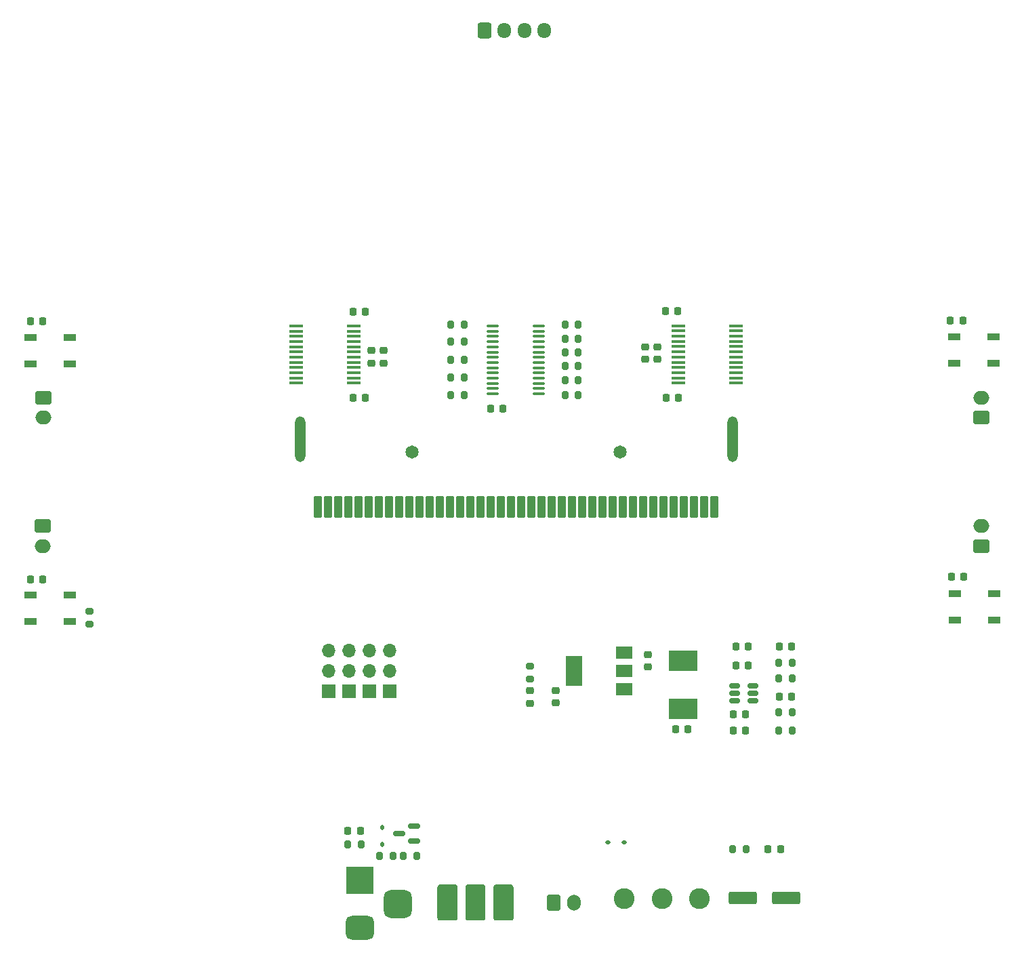
<source format=gbr>
%TF.GenerationSoftware,KiCad,Pcbnew,8.0.7*%
%TF.CreationDate,2025-01-09T15:44:16+07:00*%
%TF.ProjectId,RoboCar_PCB,526f626f-4361-4725-9f50-43422e6b6963,rev?*%
%TF.SameCoordinates,Original*%
%TF.FileFunction,Soldermask,Top*%
%TF.FilePolarity,Negative*%
%FSLAX46Y46*%
G04 Gerber Fmt 4.6, Leading zero omitted, Abs format (unit mm)*
G04 Created by KiCad (PCBNEW 8.0.7) date 2025-01-09 15:44:16*
%MOMM*%
%LPD*%
G01*
G04 APERTURE LIST*
G04 Aperture macros list*
%AMRoundRect*
0 Rectangle with rounded corners*
0 $1 Rounding radius*
0 $2 $3 $4 $5 $6 $7 $8 $9 X,Y pos of 4 corners*
0 Add a 4 corners polygon primitive as box body*
4,1,4,$2,$3,$4,$5,$6,$7,$8,$9,$2,$3,0*
0 Add four circle primitives for the rounded corners*
1,1,$1+$1,$2,$3*
1,1,$1+$1,$4,$5*
1,1,$1+$1,$6,$7*
1,1,$1+$1,$8,$9*
0 Add four rect primitives between the rounded corners*
20,1,$1+$1,$2,$3,$4,$5,0*
20,1,$1+$1,$4,$5,$6,$7,0*
20,1,$1+$1,$6,$7,$8,$9,0*
20,1,$1+$1,$8,$9,$2,$3,0*%
G04 Aperture macros list end*
%ADD10RoundRect,0.200000X0.200000X0.275000X-0.200000X0.275000X-0.200000X-0.275000X0.200000X-0.275000X0*%
%ADD11RoundRect,0.200000X-0.275000X0.200000X-0.275000X-0.200000X0.275000X-0.200000X0.275000X0.200000X0*%
%ADD12O,1.700000X1.700000*%
%ADD13RoundRect,0.225000X0.225000X0.250000X-0.225000X0.250000X-0.225000X-0.250000X0.225000X-0.250000X0*%
%ADD14RoundRect,0.200000X-0.200000X-0.275000X0.200000X-0.275000X0.200000X0.275000X-0.200000X0.275000X0*%
%ADD15C,2.595000*%
%ADD16RoundRect,0.225000X-0.250000X0.225000X-0.250000X-0.225000X0.250000X-0.225000X0.250000X0.225000X0*%
%ADD17RoundRect,0.200000X0.275000X-0.200000X0.275000X0.200000X-0.275000X0.200000X-0.275000X-0.200000X0*%
%ADD18RoundRect,0.150000X-0.512500X-0.150000X0.512500X-0.150000X0.512500X0.150000X-0.512500X0.150000X0*%
%ADD19R,1.500000X0.900000*%
%ADD20RoundRect,0.100000X0.637500X0.100000X-0.637500X0.100000X-0.637500X-0.100000X0.637500X-0.100000X0*%
%ADD21RoundRect,0.225000X-0.225000X-0.250000X0.225000X-0.250000X0.225000X0.250000X-0.225000X0.250000X0*%
%ADD22RoundRect,0.218750X0.218750X0.256250X-0.218750X0.256250X-0.218750X-0.256250X0.218750X-0.256250X0*%
%ADD23R,1.700000X1.700000*%
%ADD24R,3.500000X3.500000*%
%ADD25RoundRect,0.750000X1.000000X-0.750000X1.000000X0.750000X-1.000000X0.750000X-1.000000X-0.750000X0*%
%ADD26RoundRect,0.875000X0.875000X-0.875000X0.875000X0.875000X-0.875000X0.875000X-0.875000X-0.875000X0*%
%ADD27RoundRect,0.225000X0.250000X-0.225000X0.250000X0.225000X-0.250000X0.225000X-0.250000X-0.225000X0*%
%ADD28R,1.750000X0.450000*%
%ADD29RoundRect,0.218750X0.256250X-0.218750X0.256250X0.218750X-0.256250X0.218750X-0.256250X-0.218750X0*%
%ADD30R,2.000000X1.500000*%
%ADD31R,2.000000X3.800000*%
%ADD32RoundRect,0.150000X0.587500X0.150000X-0.587500X0.150000X-0.587500X-0.150000X0.587500X-0.150000X0*%
%ADD33C,1.650000*%
%ADD34RoundRect,0.102000X-0.400000X-1.250000X0.400000X-1.250000X0.400000X1.250000X-0.400000X1.250000X0*%
%ADD35O,1.304000X5.704000*%
%ADD36RoundRect,0.112500X0.187500X0.112500X-0.187500X0.112500X-0.187500X-0.112500X0.187500X-0.112500X0*%
%ADD37RoundRect,0.102000X1.700000X-1.175000X1.700000X1.175000X-1.700000X1.175000X-1.700000X-1.175000X0*%
%ADD38RoundRect,0.112500X-0.112500X0.187500X-0.112500X-0.187500X0.112500X-0.187500X0.112500X0.187500X0*%
%ADD39RoundRect,0.250000X-1.500000X-0.550000X1.500000X-0.550000X1.500000X0.550000X-1.500000X0.550000X0*%
%ADD40RoundRect,0.250000X-0.600000X-0.725000X0.600000X-0.725000X0.600000X0.725000X-0.600000X0.725000X0*%
%ADD41O,1.700000X1.950000*%
%ADD42RoundRect,0.250000X-0.750000X0.600000X-0.750000X-0.600000X0.750000X-0.600000X0.750000X0.600000X0*%
%ADD43O,2.000000X1.700000*%
%ADD44RoundRect,0.250000X0.750000X-0.600000X0.750000X0.600000X-0.750000X0.600000X-0.750000X-0.600000X0*%
%ADD45RoundRect,0.250000X-0.600000X-0.750000X0.600000X-0.750000X0.600000X0.750000X-0.600000X0.750000X0*%
%ADD46O,1.700000X2.000000*%
G04 APERTURE END LIST*
D10*
%TO.C,R6*%
X129327768Y-110521038D03*
X127677768Y-110521038D03*
%TD*%
%TO.C,R23*%
X102620000Y-70075000D03*
X100970000Y-70075000D03*
%TD*%
D11*
%TO.C,R2*%
X41545000Y-104077500D03*
X41545000Y-105727500D03*
%TD*%
D12*
%TO.C,J8*%
X71455000Y-109022500D03*
X73995000Y-109022500D03*
X76535000Y-109022500D03*
X79075000Y-109022500D03*
%TD*%
D13*
%TO.C,C16*%
X123497768Y-117021038D03*
X121947768Y-117021038D03*
%TD*%
D14*
%TO.C,R14*%
X86720000Y-70425000D03*
X88370000Y-70425000D03*
%TD*%
D15*
%TO.C,S1*%
X117785000Y-140002500D03*
X113085000Y-140002500D03*
X108385000Y-140002500D03*
%TD*%
D16*
%TO.C,C21*%
X111295000Y-109537500D03*
X111295000Y-111087500D03*
%TD*%
D17*
%TO.C,R30*%
X96605000Y-112612500D03*
X96605000Y-110962500D03*
%TD*%
D10*
%TO.C,R3*%
X129327768Y-112521038D03*
X127677768Y-112521038D03*
%TD*%
D16*
%TO.C,C22*%
X99835000Y-114039732D03*
X99835000Y-115589732D03*
%TD*%
D18*
%TO.C,U4*%
X122195000Y-113435000D03*
X122195000Y-114385000D03*
X122195000Y-115335000D03*
X124470000Y-115335000D03*
X124470000Y-114385000D03*
X124470000Y-113435000D03*
%TD*%
D19*
%TO.C,D2*%
X39105000Y-73192500D03*
X39105000Y-69892500D03*
X34205000Y-69892500D03*
X34205000Y-73192500D03*
%TD*%
D20*
%TO.C,U3*%
X97667500Y-76935000D03*
X97667500Y-76285000D03*
X97667500Y-75635000D03*
X97667500Y-74985000D03*
X97667500Y-74335000D03*
X97667500Y-73685000D03*
X97667500Y-73035000D03*
X97667500Y-72385000D03*
X97667500Y-71735000D03*
X97667500Y-71085000D03*
X97667500Y-70435000D03*
X97667500Y-69785000D03*
X97667500Y-69135000D03*
X97667500Y-68485000D03*
X91942500Y-68485000D03*
X91942500Y-69135000D03*
X91942500Y-69785000D03*
X91942500Y-70435000D03*
X91942500Y-71085000D03*
X91942500Y-71735000D03*
X91942500Y-72385000D03*
X91942500Y-73035000D03*
X91942500Y-73685000D03*
X91942500Y-74335000D03*
X91942500Y-74985000D03*
X91942500Y-75635000D03*
X91942500Y-76285000D03*
X91942500Y-76935000D03*
%TD*%
D14*
%TO.C,R7*%
X86720000Y-74875000D03*
X88370000Y-74875000D03*
%TD*%
D21*
%TO.C,C4*%
X113595000Y-77435000D03*
X115145000Y-77435000D03*
%TD*%
D13*
%TO.C,C15*%
X123497768Y-119021038D03*
X121947768Y-119021038D03*
%TD*%
D22*
%TO.C,D6*%
X75395000Y-131582500D03*
X73820000Y-131582500D03*
%TD*%
D13*
%TO.C,C10*%
X150655000Y-67822500D03*
X149105000Y-67822500D03*
%TD*%
D23*
%TO.C,J7*%
X71455000Y-114102500D03*
X73995000Y-114102500D03*
X76535000Y-114102500D03*
X79075000Y-114102500D03*
%TD*%
D24*
%TO.C,J11*%
X75347768Y-137696038D03*
D25*
X75347768Y-143696038D03*
D26*
X80047768Y-140696038D03*
%TD*%
D16*
%TO.C,C1*%
X112470000Y-71060000D03*
X112470000Y-72610000D03*
%TD*%
D27*
%TO.C,C6*%
X78317768Y-73106038D03*
X78317768Y-71556038D03*
%TD*%
D13*
%TO.C,C11*%
X150760000Y-99792500D03*
X149210000Y-99792500D03*
%TD*%
D14*
%TO.C,R13*%
X86715000Y-68275000D03*
X88365000Y-68275000D03*
%TD*%
D19*
%TO.C,D9*%
X149625000Y-69852500D03*
X149625000Y-73152500D03*
X154525000Y-73152500D03*
X154525000Y-69852500D03*
%TD*%
D28*
%TO.C,U2*%
X67355000Y-68460000D03*
X67355000Y-69110000D03*
X67355000Y-69760000D03*
X67355000Y-70410000D03*
X67355000Y-71060000D03*
X67355000Y-71710000D03*
X67355000Y-72360000D03*
X67355000Y-73010000D03*
X67355000Y-73660000D03*
X67355000Y-74310000D03*
X67355000Y-74960000D03*
X67355000Y-75610000D03*
X74555000Y-75610000D03*
X74555000Y-74960000D03*
X74555000Y-74310000D03*
X74555000Y-73660000D03*
X74555000Y-73010000D03*
X74555000Y-72360000D03*
X74555000Y-71710000D03*
X74555000Y-71060000D03*
X74555000Y-70410000D03*
X74555000Y-69760000D03*
X74555000Y-69110000D03*
X74555000Y-68460000D03*
%TD*%
D14*
%TO.C,R17*%
X73820000Y-133212500D03*
X75470000Y-133212500D03*
%TD*%
D19*
%TO.C,D8*%
X149665000Y-101942500D03*
X149665000Y-105242500D03*
X154565000Y-105242500D03*
X154565000Y-101942500D03*
%TD*%
D10*
%TO.C,R16*%
X102620000Y-71775000D03*
X100970000Y-71775000D03*
%TD*%
D29*
%TO.C,D12*%
X96605000Y-115600000D03*
X96605000Y-114025000D03*
%TD*%
D21*
%TO.C,C19*%
X122295000Y-108521038D03*
X123845000Y-108521038D03*
%TD*%
D14*
%TO.C,R8*%
X86720000Y-77125000D03*
X88370000Y-77125000D03*
%TD*%
D30*
%TO.C,U5*%
X108355000Y-113889732D03*
X108355000Y-111589732D03*
D31*
X102055000Y-111589732D03*
D30*
X108355000Y-109289732D03*
%TD*%
D21*
%TO.C,C12*%
X34200000Y-67902500D03*
X35750000Y-67902500D03*
%TD*%
D10*
%TO.C,R29*%
X123577768Y-133852500D03*
X121927768Y-133852500D03*
%TD*%
D22*
%TO.C,D11*%
X127872500Y-133852500D03*
X126297500Y-133852500D03*
%TD*%
D13*
%TO.C,C17*%
X116302768Y-118835000D03*
X114752768Y-118835000D03*
%TD*%
D32*
%TO.C,Q2*%
X82085000Y-132842500D03*
X82085000Y-130942500D03*
X80210000Y-131892500D03*
%TD*%
D21*
%TO.C,C20*%
X127727768Y-114771038D03*
X129277768Y-114771038D03*
%TD*%
D14*
%TO.C,R4*%
X127677768Y-116771038D03*
X129327768Y-116771038D03*
%TD*%
D33*
%TO.C,J1*%
X81885000Y-84245000D03*
X107885000Y-84245000D03*
D34*
X70120000Y-91095000D03*
X71390000Y-91095000D03*
X72660000Y-91095000D03*
X73930000Y-91095000D03*
X75200000Y-91095000D03*
X76470000Y-91095000D03*
X77740000Y-91095000D03*
X79010000Y-91095000D03*
X80280000Y-91095000D03*
X81550000Y-91095000D03*
X82820000Y-91095000D03*
X84090000Y-91095000D03*
X85360000Y-91095000D03*
X86630000Y-91095000D03*
X87900000Y-91095000D03*
X89170000Y-91095000D03*
X90440000Y-91095000D03*
X91710000Y-91095000D03*
X92980000Y-91095000D03*
X94250000Y-91095000D03*
X95520000Y-91095000D03*
X96790000Y-91095000D03*
X98060000Y-91095000D03*
X99330000Y-91095000D03*
X100600000Y-91095000D03*
X101870000Y-91095000D03*
X103140000Y-91095000D03*
X104410000Y-91095000D03*
X105680000Y-91095000D03*
X106950000Y-91095000D03*
X108220000Y-91095000D03*
X109490000Y-91095000D03*
X110760000Y-91095000D03*
X112030000Y-91095000D03*
X113300000Y-91095000D03*
X114570000Y-91095000D03*
X115840000Y-91095000D03*
X117110000Y-91095000D03*
X118380000Y-91095000D03*
X119650000Y-91095000D03*
D35*
X67885000Y-82585000D03*
X121885000Y-82585000D03*
%TD*%
D10*
%TO.C,R24*%
X102620000Y-68275000D03*
X100970000Y-68275000D03*
%TD*%
D16*
%TO.C,C2*%
X111010000Y-71060000D03*
X111010000Y-72610000D03*
%TD*%
D21*
%TO.C,C3*%
X113495000Y-66635000D03*
X115045000Y-66635000D03*
%TD*%
%TO.C,C18*%
X122295000Y-110885000D03*
X123845000Y-110885000D03*
%TD*%
D13*
%TO.C,C8*%
X76045000Y-66705000D03*
X74495000Y-66705000D03*
%TD*%
D27*
%TO.C,C5*%
X76770000Y-73110000D03*
X76770000Y-71560000D03*
%TD*%
D10*
%TO.C,R11*%
X102620000Y-77095000D03*
X100970000Y-77095000D03*
%TD*%
D36*
%TO.C,D4*%
X108382500Y-133022500D03*
X106282500Y-133022500D03*
%TD*%
D10*
%TO.C,R1*%
X79450000Y-134672500D03*
X77800000Y-134672500D03*
%TD*%
%TO.C,R9*%
X82415000Y-134672500D03*
X80765000Y-134672500D03*
%TD*%
%TO.C,R15*%
X102620000Y-73475000D03*
X100970000Y-73475000D03*
%TD*%
D12*
%TO.C,J9*%
X71455000Y-111562500D03*
X73995000Y-111562500D03*
X76535000Y-111562500D03*
X79075000Y-111562500D03*
%TD*%
D13*
%TO.C,C7*%
X76045000Y-77435000D03*
X74495000Y-77435000D03*
%TD*%
D10*
%TO.C,R5*%
X129327768Y-119021038D03*
X127677768Y-119021038D03*
%TD*%
D37*
%TO.C,L1*%
X115752768Y-116310000D03*
X115752768Y-110260000D03*
%TD*%
D38*
%TO.C,D1*%
X78110000Y-131117500D03*
X78110000Y-133217500D03*
%TD*%
D21*
%TO.C,C13*%
X91645000Y-78775000D03*
X93195000Y-78775000D03*
%TD*%
D14*
%TO.C,R10*%
X86720000Y-72725000D03*
X88370000Y-72725000D03*
%TD*%
D19*
%TO.C,D5*%
X39075000Y-105372500D03*
X39075000Y-102072500D03*
X34175000Y-102072500D03*
X34175000Y-105372500D03*
%TD*%
D10*
%TO.C,R12*%
X102620000Y-75275000D03*
X100970000Y-75275000D03*
%TD*%
D21*
%TO.C,C9*%
X34175000Y-100102500D03*
X35725000Y-100102500D03*
%TD*%
D28*
%TO.C,U1*%
X122305000Y-75605000D03*
X122305000Y-74955000D03*
X122305000Y-74305000D03*
X122305000Y-73655000D03*
X122305000Y-73005000D03*
X122305000Y-72355000D03*
X122305000Y-71705000D03*
X122305000Y-71055000D03*
X122305000Y-70405000D03*
X122305000Y-69755000D03*
X122305000Y-69105000D03*
X122305000Y-68455000D03*
X115105000Y-68455000D03*
X115105000Y-69105000D03*
X115105000Y-69755000D03*
X115105000Y-70405000D03*
X115105000Y-71055000D03*
X115105000Y-71705000D03*
X115105000Y-72355000D03*
X115105000Y-73005000D03*
X115105000Y-73655000D03*
X115105000Y-74305000D03*
X115105000Y-74955000D03*
X115105000Y-75605000D03*
%TD*%
D39*
%TO.C,C14*%
X123152768Y-139921038D03*
X128552768Y-139921038D03*
%TD*%
D22*
%TO.C,D3*%
X129290268Y-108521038D03*
X127715268Y-108521038D03*
%TD*%
D40*
%TO.C,J10*%
X90887768Y-31591038D03*
D41*
X93387768Y-31591038D03*
X95887768Y-31591038D03*
X98387768Y-31591038D03*
%TD*%
D42*
%TO.C,J5*%
X35745000Y-93472500D03*
D43*
X35745000Y-95972500D03*
%TD*%
D44*
%TO.C,J2*%
X152955000Y-95962500D03*
D43*
X152955000Y-93462500D03*
%TD*%
D45*
%TO.C,J6*%
X99577768Y-140561038D03*
D46*
X102077768Y-140561038D03*
%TD*%
D44*
%TO.C,J3*%
X152985000Y-79932500D03*
D43*
X152985000Y-77432500D03*
%TD*%
D42*
%TO.C,J4*%
X35795000Y-77442500D03*
D43*
X35795000Y-79942500D03*
%TD*%
G36*
X90739747Y-138263420D02*
G01*
X90818379Y-138279060D01*
X90863079Y-138297575D01*
X90919391Y-138335201D01*
X90953604Y-138369414D01*
X90991230Y-138425726D01*
X91009744Y-138470425D01*
X91025385Y-138549057D01*
X91027768Y-138573248D01*
X91027768Y-142448827D01*
X91025385Y-142473018D01*
X91009744Y-142551650D01*
X90991230Y-142596349D01*
X90953604Y-142652661D01*
X90919391Y-142686874D01*
X90863079Y-142724500D01*
X90818380Y-142743014D01*
X90739748Y-142758655D01*
X90715557Y-142761038D01*
X88839979Y-142761038D01*
X88815788Y-142758655D01*
X88737155Y-142743014D01*
X88692456Y-142724500D01*
X88636144Y-142686874D01*
X88601931Y-142652661D01*
X88564305Y-142596349D01*
X88545790Y-142551649D01*
X88530150Y-142473017D01*
X88527768Y-142448827D01*
X88527768Y-138573248D01*
X88530150Y-138549058D01*
X88545790Y-138470426D01*
X88564305Y-138425726D01*
X88601931Y-138369414D01*
X88636144Y-138335201D01*
X88692456Y-138297575D01*
X88737156Y-138279060D01*
X88815789Y-138263420D01*
X88839979Y-138261038D01*
X90715557Y-138261038D01*
X90739747Y-138263420D01*
G37*
G36*
X87239747Y-138263420D02*
G01*
X87318379Y-138279060D01*
X87363079Y-138297575D01*
X87419391Y-138335201D01*
X87453604Y-138369414D01*
X87491230Y-138425726D01*
X87509744Y-138470425D01*
X87525385Y-138549057D01*
X87527768Y-138573248D01*
X87527768Y-142448827D01*
X87525385Y-142473018D01*
X87509744Y-142551650D01*
X87491230Y-142596349D01*
X87453604Y-142652661D01*
X87419391Y-142686874D01*
X87363079Y-142724500D01*
X87318380Y-142743014D01*
X87239748Y-142758655D01*
X87215557Y-142761038D01*
X85339979Y-142761038D01*
X85315788Y-142758655D01*
X85237155Y-142743014D01*
X85192456Y-142724500D01*
X85136144Y-142686874D01*
X85101931Y-142652661D01*
X85064305Y-142596349D01*
X85045790Y-142551649D01*
X85030150Y-142473017D01*
X85027768Y-142448827D01*
X85027768Y-138573248D01*
X85030150Y-138549058D01*
X85045790Y-138470426D01*
X85064305Y-138425726D01*
X85101931Y-138369414D01*
X85136144Y-138335201D01*
X85192456Y-138297575D01*
X85237156Y-138279060D01*
X85315789Y-138263420D01*
X85339979Y-138261038D01*
X87215557Y-138261038D01*
X87239747Y-138263420D01*
G37*
G36*
X94239747Y-138263420D02*
G01*
X94318379Y-138279060D01*
X94363079Y-138297575D01*
X94419391Y-138335201D01*
X94453604Y-138369414D01*
X94491230Y-138425726D01*
X94509744Y-138470425D01*
X94525385Y-138549057D01*
X94527768Y-138573248D01*
X94527768Y-142448827D01*
X94525385Y-142473018D01*
X94509744Y-142551650D01*
X94491230Y-142596349D01*
X94453604Y-142652661D01*
X94419391Y-142686874D01*
X94363079Y-142724500D01*
X94318380Y-142743014D01*
X94239748Y-142758655D01*
X94215557Y-142761038D01*
X92339979Y-142761038D01*
X92315788Y-142758655D01*
X92237155Y-142743014D01*
X92192456Y-142724500D01*
X92136144Y-142686874D01*
X92101931Y-142652661D01*
X92064305Y-142596349D01*
X92045790Y-142551649D01*
X92030150Y-142473017D01*
X92027768Y-142448827D01*
X92027768Y-138573248D01*
X92030150Y-138549058D01*
X92045790Y-138470426D01*
X92064305Y-138425726D01*
X92101931Y-138369414D01*
X92136144Y-138335201D01*
X92192456Y-138297575D01*
X92237156Y-138279060D01*
X92315789Y-138263420D01*
X92339979Y-138261038D01*
X94215557Y-138261038D01*
X94239747Y-138263420D01*
G37*
M02*

</source>
